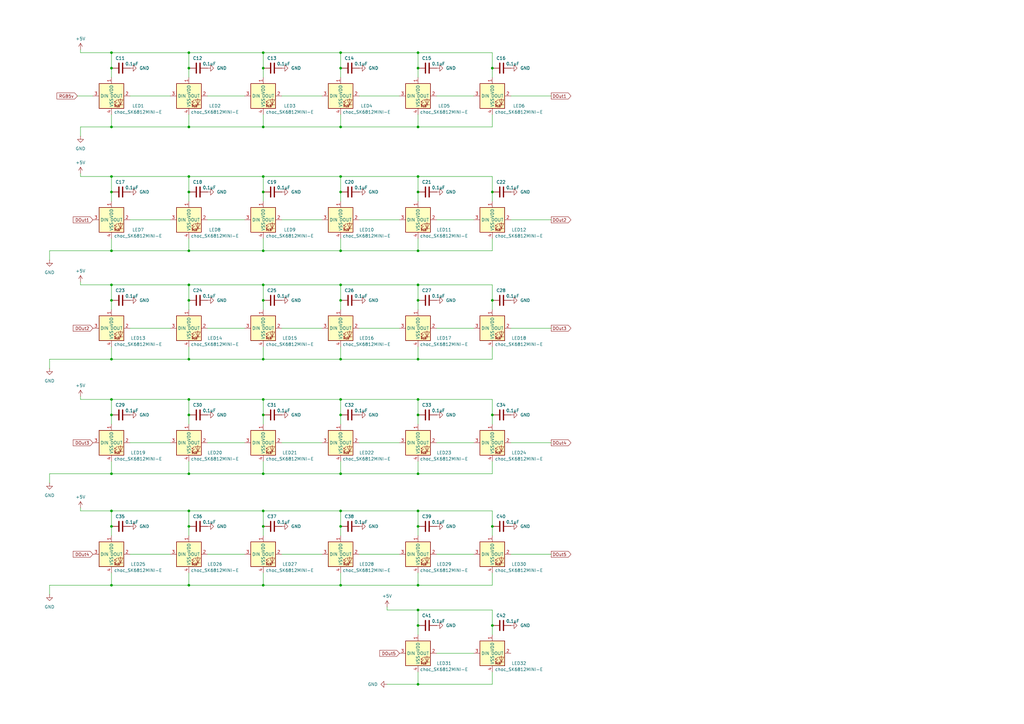
<source format=kicad_sch>
(kicad_sch (version 20231120) (generator "eeschema") (generator_version "8.0")
  (paper "A3")
  (lib_symbols
    (symbol "+5V_1" (power) (pin_names (offset 0))
      (property "Value" "+5V_1" (at 0 3.556 0))
      (symbol "+5V_1_0_1"
        (polyline (pts (xy -0.762 1.27) (xy 0 2.54)))
        (polyline (pts (xy 0 0) (xy 0 2.54)))
        (polyline (pts (xy 0 2.54) (xy 0.762 1.27)))
      )
      (symbol "+5V_1_1_1"
        (pin power_in line (at 0 0 90) (length 0) hide (name "+5V") (number "1"))
      )
    )
    (symbol "Device:C" (pin_numbers hide) (pin_names (offset 0.254))
      (property "Reference" "C" (at 0.635 2.54 0))
      (property "Value" "C" (at 0.635 -2.54 0))
      (symbol "C_0_1"
        (polyline (pts (xy -2.032 -0.762) (xy 2.032 -0.762)) (stroke (width 0.508)))
        (polyline (pts (xy -2.032 0.762) (xy 2.032 0.762)) (stroke (width 0.508)))
      )
      (symbol "C_1_1"
        (pin passive line (at 0 3.81 270) (length 2.794) (name "~") (number "1"))
        (pin passive line (at 0 -3.81 90) (length 2.794) (name "~") (number "2"))
      )
    )
    (symbol "PCM_marbastlib-choc:choc_SK6812MINI-E"
      (property "Reference" "LED" (at 2.54 6.35 0))
      (property "Value" "choc_SK6812MINI-E" (at 10.795 -6.35 0))
      (symbol "choc_SK6812MINI-E_0_0"
        (text "RGB" (at 2.286 -4.191 0) (effects (font (size 0.762 0.762))))
      )
      (symbol "choc_SK6812MINI-E_0_1"
        (rectangle (start -5.08 5.08) (end 5.08 -5.08) (stroke (width 0.254)) (fill (type background)))
        (polyline (pts (xy 1.27 -3.556) (xy 1.778 -3.556)))
        (polyline (pts (xy 1.27 -2.54) (xy 1.778 -2.54)))
        (polyline (pts (xy 4.699 -3.556) (xy 2.667 -3.556)))
        (polyline (pts (xy 2.286 -2.54) (xy 1.27 -3.556) (xy 1.27 -3.048)))
        (polyline (pts (xy 2.286 -1.524) (xy 1.27 -2.54) (xy 1.27 -2.032)))
        (polyline (pts (xy 3.683 -1.016) (xy 3.683 -3.556) (xy 3.683 -4.064)))
        (polyline (pts (xy 4.699 -1.524) (xy 2.667 -1.524) (xy 3.683 -3.556) (xy 4.699 -1.524)))
      )
      (symbol "choc_SK6812MINI-E_1_1"
        (pin power_in line (at 0 7.62 270) (length 2.54) (name "VDD") (number "1"))
        (pin output line (at 7.62 0 180) (length 2.54) (name "DOUT") (number "2"))
        (pin input line (at -7.62 0 0) (length 2.54) (name "DIN") (number "3"))
        (pin power_in line (at 0 -7.62 90) (length 2.54) (name "VSS") (number "4"))
      )
    )
    (symbol "power:GND" (power) (pin_numbers hide) (pin_names (offset 0) hide)
      (property "Value" "GND" (at 0 -3.81 0))
      (symbol "GND_0_1"
        (polyline (pts (xy 0 0) (xy 0 -1.27) (xy 1.27 -1.27) (xy 0 -2.54) (xy -1.27 -1.27) (xy 0 -1.27)))
      )
      (symbol "GND_1_1"
        (pin power_in line (at 0 0 270) (length 0) (name "~") (number "1"))
      )
    )
  )
  (junction (at 77.47 209.55))
  (junction (at 171.45 102.87))
  (junction (at 107.95 123.19))
  (junction (at 45.72 72.39))
  (junction (at 201.93 256.54))
  (junction (at 45.72 78.74))
  (junction (at 77.47 116.84))
  (junction (at 171.45 240.03))
  (junction (at 171.45 215.9))
  (junction (at 107.95 78.74))
  (junction (at 45.72 52.07))
  (junction (at 139.7 194.31))
  (junction (at 45.72 194.31))
  (junction (at 171.45 250.19))
  (junction (at 107.95 52.07))
  (junction (at 45.72 147.32))
  (junction (at 171.45 256.54))
  (junction (at 45.72 215.9))
  (junction (at 139.7 21.59))
  (junction (at 107.95 147.32))
  (junction (at 107.95 170.18))
  (junction (at 77.47 102.87))
  (junction (at 171.45 209.55))
  (junction (at 77.47 147.32))
  (junction (at 107.95 102.87))
  (junction (at 171.45 27.94))
  (junction (at 171.45 78.74))
  (junction (at 171.45 280.67))
  (junction (at 171.45 194.31))
  (junction (at 171.45 123.19))
  (junction (at 77.47 194.31))
  (junction (at 139.7 147.32))
  (junction (at 107.95 194.31))
  (junction (at 171.45 170.18))
  (junction (at 45.72 27.94))
  (junction (at 77.47 215.9))
  (junction (at 45.72 123.19))
  (junction (at 77.47 21.59))
  (junction (at 77.47 240.03))
  (junction (at 139.7 163.83))
  (junction (at 77.47 163.83))
  (junction (at 139.7 215.9))
  (junction (at 107.95 72.39))
  (junction (at 139.7 170.18))
  (junction (at 77.47 170.18))
  (junction (at 139.7 123.19))
  (junction (at 77.47 72.39))
  (junction (at 77.47 52.07))
  (junction (at 45.72 170.18))
  (junction (at 139.7 116.84))
  (junction (at 171.45 163.83))
  (junction (at 107.95 116.84))
  (junction (at 45.72 116.84))
  (junction (at 45.72 102.87))
  (junction (at 201.93 78.74))
  (junction (at 77.47 78.74))
  (junction (at 107.95 163.83))
  (junction (at 139.7 240.03))
  (junction (at 45.72 21.59))
  (junction (at 107.95 240.03))
  (junction (at 171.45 52.07))
  (junction (at 201.93 123.19))
  (junction (at 139.7 27.94))
  (junction (at 139.7 52.07))
  (junction (at 171.45 116.84))
  (junction (at 139.7 102.87))
  (junction (at 107.95 215.9))
  (junction (at 45.72 209.55))
  (junction (at 45.72 240.03))
  (junction (at 201.93 215.9))
  (junction (at 139.7 209.55))
  (junction (at 45.72 163.83))
  (junction (at 139.7 72.39))
  (junction (at 171.45 72.39))
  (junction (at 107.95 21.59))
  (junction (at 77.47 27.94))
  (junction (at 107.95 27.94))
  (junction (at 171.45 147.32))
  (junction (at 201.93 170.18))
  (junction (at 77.47 123.19))
  (junction (at 107.95 209.55))
  (junction (at 139.7 78.74))
  (junction (at 171.45 21.59))
  (junction (at 201.93 27.94))
  (wire (pts (xy 33.02 71.12) (xy 33.02 72.39)))
  (wire (pts (xy 45.72 21.59) (xy 77.47 21.59)))
  (wire (pts (xy 201.93 142.24) (xy 201.93 147.32)))
  (wire (pts (xy 45.72 52.07) (xy 33.02 52.07)))
  (wire (pts (xy 139.7 127) (xy 139.7 123.19)))
  (wire (pts (xy 107.95 21.59) (xy 139.7 21.59)))
  (wire (pts (xy 77.47 123.19) (xy 77.47 116.84)))
  (wire (pts (xy 171.45 147.32) (xy 139.7 147.32)))
  (wire (pts (xy 77.47 147.32) (xy 107.95 147.32)))
  (wire (pts (xy 171.45 97.79) (xy 171.45 102.87)))
  (wire (pts (xy 107.95 234.95) (xy 107.95 240.03)))
  (wire (pts (xy 201.93 123.19) (xy 201.93 116.84)))
  (wire (pts (xy 171.45 173.99) (xy 171.45 170.18)))
  (wire (pts (xy 139.7 209.55) (xy 171.45 209.55)))
  (wire (pts (xy 45.72 97.79) (xy 45.72 102.87)))
  (wire (pts (xy 107.95 27.94) (xy 107.95 21.59)))
  (wire (pts (xy 201.93 170.18) (xy 201.93 163.83)))
  (wire (pts (xy 20.32 240.03) (xy 45.72 240.03)))
  (wire (pts (xy 147.32 39.37) (xy 163.83 39.37)))
  (wire (pts (xy 139.7 240.03) (xy 107.95 240.03)))
  (wire (pts (xy 209.55 90.17) (xy 226.06 90.17)))
  (wire (pts (xy 77.47 21.59) (xy 107.95 21.59)))
  (wire (pts (xy 171.45 240.03) (xy 201.93 240.03)))
  (wire (pts (xy 158.75 248.92) (xy 158.75 250.19)))
  (wire (pts (xy 107.95 82.55) (xy 107.95 78.74)))
  (wire (pts (xy 107.95 31.75) (xy 107.95 27.94)))
  (wire (pts (xy 45.72 209.55) (xy 33.02 209.55)))
  (wire (pts (xy 20.32 102.87) (xy 20.32 106.68)))
  (wire (pts (xy 139.7 194.31) (xy 107.95 194.31)))
  (wire (pts (xy 33.02 208.28) (xy 33.02 209.55)))
  (wire (pts (xy 171.45 72.39) (xy 201.93 72.39)))
  (wire (pts (xy 139.7 234.95) (xy 139.7 240.03)))
  (wire (pts (xy 179.07 90.17) (xy 194.31 90.17)))
  (wire (pts (xy 139.7 27.94) (xy 139.7 21.59)))
  (wire (pts (xy 45.72 123.19) (xy 45.72 116.84)))
  (wire (pts (xy 20.32 194.31) (xy 20.32 198.12)))
  (wire (pts (xy 201.93 234.95) (xy 201.93 240.03)))
  (wire (pts (xy 53.34 134.62) (xy 69.85 134.62)))
  (wire (pts (xy 201.93 173.99) (xy 201.93 170.18)))
  (wire (pts (xy 171.45 46.99) (xy 171.45 52.07)))
  (wire (pts (xy 209.55 227.33) (xy 226.06 227.33)))
  (wire (pts (xy 77.47 194.31) (xy 45.72 194.31)))
  (wire (pts (xy 171.45 163.83) (xy 201.93 163.83)))
  (wire (pts (xy 171.45 116.84) (xy 201.93 116.84)))
  (wire (pts (xy 209.55 181.61) (xy 226.06 181.61)))
  (wire (pts (xy 139.7 52.07) (xy 107.95 52.07)))
  (wire (pts (xy 107.95 215.9) (xy 107.95 209.55)))
  (wire (pts (xy 107.95 127) (xy 107.95 123.19)))
  (wire (pts (xy 171.45 219.71) (xy 171.45 215.9)))
  (wire (pts (xy 115.57 39.37) (xy 132.08 39.37)))
  (wire (pts (xy 45.72 219.71) (xy 45.72 215.9)))
  (wire (pts (xy 45.72 189.23) (xy 45.72 194.31)))
  (wire (pts (xy 85.09 227.33) (xy 100.33 227.33)))
  (wire (pts (xy 139.7 173.99) (xy 139.7 170.18)))
  (wire (pts (xy 77.47 189.23) (xy 77.47 194.31)))
  (wire (pts (xy 139.7 123.19) (xy 139.7 116.84)))
  (wire (pts (xy 147.32 181.61) (xy 163.83 181.61)))
  (wire (pts (xy 77.47 116.84) (xy 107.95 116.84)))
  (wire (pts (xy 201.93 127) (xy 201.93 123.19)))
  (wire (pts (xy 139.7 82.55) (xy 139.7 78.74)))
  (wire (pts (xy 77.47 163.83) (xy 107.95 163.83)))
  (wire (pts (xy 171.45 194.31) (xy 201.93 194.31)))
  (wire (pts (xy 45.72 82.55) (xy 45.72 78.74)))
  (wire (pts (xy 171.45 215.9) (xy 171.45 209.55)))
  (wire (pts (xy 139.7 97.79) (xy 139.7 102.87)))
  (wire (pts (xy 171.45 27.94) (xy 171.45 21.59)))
  (wire (pts (xy 171.45 194.31) (xy 139.7 194.31)))
  (wire (pts (xy 77.47 97.79) (xy 77.47 102.87)))
  (wire (pts (xy 139.7 31.75) (xy 139.7 27.94)))
  (wire (pts (xy 77.47 82.55) (xy 77.47 78.74)))
  (wire (pts (xy 139.7 142.24) (xy 139.7 147.32)))
  (wire (pts (xy 33.02 52.07) (xy 33.02 55.88)))
  (wire (pts (xy 179.07 227.33) (xy 194.31 227.33)))
  (wire (pts (xy 107.95 170.18) (xy 107.95 163.83)))
  (wire (pts (xy 77.47 142.24) (xy 77.47 147.32)))
  (wire (pts (xy 171.45 250.19) (xy 158.75 250.19)))
  (wire (pts (xy 171.45 31.75) (xy 171.45 27.94)))
  (wire (pts (xy 201.93 27.94) (xy 201.93 21.59)))
  (wire (pts (xy 201.93 189.23) (xy 201.93 194.31)))
  (wire (pts (xy 45.72 215.9) (xy 45.72 209.55)))
  (wire (pts (xy 20.32 147.32) (xy 45.72 147.32)))
  (wire (pts (xy 209.55 134.62) (xy 226.06 134.62)))
  (wire (pts (xy 45.72 127) (xy 45.72 123.19)))
  (wire (pts (xy 33.02 162.56) (xy 33.02 163.83)))
  (wire (pts (xy 77.47 78.74) (xy 77.47 72.39)))
  (wire (pts (xy 45.72 21.59) (xy 33.02 21.59)))
  (wire (pts (xy 171.45 280.67) (xy 201.93 280.67)))
  (wire (pts (xy 77.47 147.32) (xy 45.72 147.32)))
  (wire (pts (xy 45.72 234.95) (xy 45.72 240.03)))
  (wire (pts (xy 139.7 219.71) (xy 139.7 215.9)))
  (wire (pts (xy 77.47 219.71) (xy 77.47 215.9)))
  (wire (pts (xy 147.32 227.33) (xy 163.83 227.33)))
  (wire (pts (xy 139.7 170.18) (xy 139.7 163.83)))
  (wire (pts (xy 107.95 123.19) (xy 107.95 116.84)))
  (wire (pts (xy 179.07 134.62) (xy 194.31 134.62)))
  (wire (pts (xy 171.45 78.74) (xy 171.45 72.39)))
  (wire (pts (xy 139.7 163.83) (xy 171.45 163.83)))
  (wire (pts (xy 85.09 181.61) (xy 100.33 181.61)))
  (wire (pts (xy 20.32 194.31) (xy 45.72 194.31)))
  (wire (pts (xy 171.45 123.19) (xy 171.45 116.84)))
  (wire (pts (xy 115.57 90.17) (xy 132.08 90.17)))
  (wire (pts (xy 171.45 102.87) (xy 139.7 102.87)))
  (wire (pts (xy 139.7 102.87) (xy 107.95 102.87)))
  (wire (pts (xy 85.09 90.17) (xy 100.33 90.17)))
  (wire (pts (xy 107.95 189.23) (xy 107.95 194.31)))
  (wire (pts (xy 20.32 240.03) (xy 20.32 243.84)))
  (wire (pts (xy 45.72 163.83) (xy 77.47 163.83)))
  (wire (pts (xy 171.45 52.07) (xy 201.93 52.07)))
  (wire (pts (xy 171.45 250.19) (xy 201.93 250.19)))
  (wire (pts (xy 107.95 97.79) (xy 107.95 102.87)))
  (wire (pts (xy 115.57 134.62) (xy 132.08 134.62)))
  (wire (pts (xy 45.72 116.84) (xy 33.02 116.84)))
  (wire (pts (xy 139.7 78.74) (xy 139.7 72.39)))
  (wire (pts (xy 201.93 260.35) (xy 201.93 256.54)))
  (wire (pts (xy 85.09 134.62) (xy 100.33 134.62)))
  (wire (pts (xy 45.72 72.39) (xy 33.02 72.39)))
  (wire (pts (xy 45.72 46.99) (xy 45.72 52.07)))
  (wire (pts (xy 45.72 116.84) (xy 77.47 116.84)))
  (wire (pts (xy 115.57 181.61) (xy 132.08 181.61)))
  (wire (pts (xy 77.47 46.99) (xy 77.47 52.07)))
  (wire (pts (xy 107.95 72.39) (xy 139.7 72.39)))
  (wire (pts (xy 77.47 173.99) (xy 77.47 170.18)))
  (wire (pts (xy 53.34 181.61) (xy 69.85 181.61)))
  (wire (pts (xy 209.55 39.37) (xy 226.06 39.37)))
  (wire (pts (xy 77.47 234.95) (xy 77.47 240.03)))
  (wire (pts (xy 107.95 209.55) (xy 139.7 209.55)))
  (wire (pts (xy 171.45 147.32) (xy 201.93 147.32)))
  (wire (pts (xy 45.72 209.55) (xy 77.47 209.55)))
  (wire (pts (xy 115.57 227.33) (xy 132.08 227.33)))
  (wire (pts (xy 107.95 163.83) (xy 139.7 163.83)))
  (wire (pts (xy 77.47 209.55) (xy 107.95 209.55)))
  (wire (pts (xy 107.95 173.99) (xy 107.95 170.18)))
  (wire (pts (xy 171.45 127) (xy 171.45 123.19)))
  (wire (pts (xy 77.47 31.75) (xy 77.47 27.94)))
  (wire (pts (xy 147.32 134.62) (xy 163.83 134.62)))
  (wire (pts (xy 45.72 31.75) (xy 45.72 27.94)))
  (wire (pts (xy 171.45 260.35) (xy 171.45 256.54)))
  (wire (pts (xy 45.72 170.18) (xy 45.72 163.83)))
  (wire (pts (xy 179.07 39.37) (xy 194.31 39.37)))
  (wire (pts (xy 77.47 240.03) (xy 107.95 240.03)))
  (wire (pts (xy 45.72 173.99) (xy 45.72 170.18)))
  (wire (pts (xy 201.93 256.54) (xy 201.93 250.19)))
  (wire (pts (xy 77.47 194.31) (xy 107.95 194.31)))
  (wire (pts (xy 139.7 21.59) (xy 171.45 21.59)))
  (wire (pts (xy 53.34 90.17) (xy 69.85 90.17)))
  (wire (pts (xy 171.45 102.87) (xy 201.93 102.87)))
  (wire (pts (xy 171.45 170.18) (xy 171.45 163.83)))
  (wire (pts (xy 107.95 116.84) (xy 139.7 116.84)))
  (wire (pts (xy 171.45 240.03) (xy 139.7 240.03)))
  (wire (pts (xy 77.47 27.94) (xy 77.47 21.59)))
  (wire (pts (xy 107.95 142.24) (xy 107.95 147.32)))
  (wire (pts (xy 33.02 20.32) (xy 33.02 21.59)))
  (wire (pts (xy 139.7 116.84) (xy 171.45 116.84)))
  (wire (pts (xy 171.45 142.24) (xy 171.45 147.32)))
  (wire (pts (xy 45.72 142.24) (xy 45.72 147.32)))
  (wire (pts (xy 201.93 31.75) (xy 201.93 27.94)))
  (wire (pts (xy 77.47 72.39) (xy 107.95 72.39)))
  (wire (pts (xy 201.93 46.99) (xy 201.93 52.07)))
  (wire (pts (xy 147.32 90.17) (xy 163.83 90.17)))
  (wire (pts (xy 171.45 189.23) (xy 171.45 194.31)))
  (wire (pts (xy 53.34 227.33) (xy 69.85 227.33)))
  (wire (pts (xy 171.45 275.59) (xy 171.45 280.67)))
  (wire (pts (xy 77.47 240.03) (xy 45.72 240.03)))
  (wire (pts (xy 107.95 219.71) (xy 107.95 215.9)))
  (wire (pts (xy 179.07 181.61) (xy 194.31 181.61)))
  (wire (pts (xy 77.47 52.07) (xy 45.72 52.07)))
  (wire (pts (xy 45.72 27.94) (xy 45.72 21.59)))
  (wire (pts (xy 201.93 82.55) (xy 201.93 78.74)))
  (wire (pts (xy 139.7 46.99) (xy 139.7 52.07)))
  (wire (pts (xy 33.02 115.57) (xy 33.02 116.84)))
  (wire (pts (xy 77.47 170.18) (xy 77.47 163.83)))
  (wire (pts (xy 77.47 127) (xy 77.47 123.19)))
  (wire (pts (xy 107.95 78.74) (xy 107.95 72.39)))
  (wire (pts (xy 171.45 52.07) (xy 139.7 52.07)))
  (wire (pts (xy 201.93 219.71) (xy 201.93 215.9)))
  (wire (pts (xy 77.47 102.87) (xy 45.72 102.87)))
  (wire (pts (xy 53.34 39.37) (xy 69.85 39.37)))
  (wire (pts (xy 20.32 147.32) (xy 20.32 151.13)))
  (wire (pts (xy 171.45 256.54) (xy 171.45 250.19)))
  (wire (pts (xy 45.72 78.74) (xy 45.72 72.39)))
  (wire (pts (xy 171.45 280.67) (xy 158.75 280.67)))
  (wire (pts (xy 139.7 147.32) (xy 107.95 147.32)))
  (wire (pts (xy 139.7 215.9) (xy 139.7 209.55)))
  (wire (pts (xy 201.93 78.74) (xy 201.93 72.39)))
  (wire (pts (xy 171.45 209.55) (xy 201.93 209.55)))
  (wire (pts (xy 77.47 215.9) (xy 77.47 209.55)))
  (wire (pts (xy 85.09 39.37) (xy 100.33 39.37)))
  (wire (pts (xy 139.7 72.39) (xy 171.45 72.39)))
  (wire (pts (xy 45.72 163.83) (xy 33.02 163.83)))
  (wire (pts (xy 201.93 275.59) (xy 201.93 280.67)))
  (wire (pts (xy 77.47 102.87) (xy 107.95 102.87)))
  (wire (pts (xy 20.32 102.87) (xy 45.72 102.87)))
  (wire (pts (xy 77.47 52.07) (xy 107.95 52.07)))
  (wire (pts (xy 45.72 72.39) (xy 77.47 72.39)))
  (wire (pts (xy 171.45 21.59) (xy 201.93 21.59)))
  (wire (pts (xy 201.93 97.79) (xy 201.93 102.87)))
  (wire (pts (xy 201.93 215.9) (xy 201.93 209.55)))
  (wire (pts (xy 31.75 39.37) (xy 38.1 39.37)))
  (wire (pts (xy 171.45 82.55) (xy 171.45 78.74)))
  (wire (pts (xy 179.07 267.97) (xy 194.31 267.97)))
  (wire (pts (xy 171.45 234.95) (xy 171.45 240.03)))
  (wire (pts (xy 139.7 189.23) (xy 139.7 194.31)))
  (wire (pts (xy 107.95 46.99) (xy 107.95 52.07)))
  (global_label "DOut2" (shape output) (at 226.06 90.17 0) (property "Intersheetrefs" "${INTERSHEET_REFS}" (effects (hide yes))))
  (global_label "DOut2" (shape input) (at 38.1 134.62 180) (property "Intersheetrefs" "${INTERSHEET_REFS}" (effects (hide yes))))
  (global_label "DOut4" (shape input) (at 38.1 227.33 180) (property "Intersheetrefs" "${INTERSHEET_REFS}" (effects (hide yes))))
  (global_label "DOut1" (shape input) (at 38.1 90.17 180) (property "Intersheetrefs" "${INTERSHEET_REFS}" (effects (hide yes))))
  (global_label "DOut1" (shape output) (at 226.06 39.37 0) (property "Intersheetrefs" "${INTERSHEET_REFS}" (effects (hide yes))))
  (global_label "DOut5" (shape input) (at 163.83 267.97 180) (property "Intersheetrefs" "${INTERSHEET_REFS}" (effects (hide yes))))
  (global_label "DOut3" (shape output) (at 226.06 134.62 0) (property "Intersheetrefs" "${INTERSHEET_REFS}" (effects (hide yes))))
  (global_label "DOut4" (shape output) (at 226.06 181.61 0) (property "Intersheetrefs" "${INTERSHEET_REFS}" (effects (hide yes))))
  (global_label "DOut5" (shape output) (at 226.06 227.33 0) (property "Intersheetrefs" "${INTERSHEET_REFS}" (effects (hide yes))))
  (global_label "DOut3" (shape input) (at 38.1 181.61 180) (property "Intersheetrefs" "${INTERSHEET_REFS}" (effects (hide yes))))
  (global_label "RGB5v" (shape input) (at 31.75 39.37 180) (property "Intersheetrefs" "${INTERSHEET_REFS}" (effects (hide yes))))
  (symbol (lib_id "Device:C") (at 111.76 78.74 90) (unit 1)
    (property "Reference" "C19" (at 111.506 74.676 90))
    (property "Value" "0.1uF" (at 116.332 76.962 90))
    (property "Footprint" "Capacitor_SMD:C_0402_1005Metric" (effects (hide yes)))
    (property "Description" "Unpolarized capacitor" (effects (hide yes)))
  )
  (symbol (lib_id "Device:C") (at 111.76 170.18 90) (unit 1)
    (property "Reference" "C31" (at 111.506 166.116 90))
    (property "Value" "0.1uF" (at 116.332 168.402 90))
    (property "Footprint" "Capacitor_SMD:C_0402_1005Metric" (effects (hide yes)))
    (property "Description" "Unpolarized capacitor" (effects (hide yes)))
  )
  (symbol (lib_id "PCM_marbastlib-choc:choc_SK6812MINI-E") (at 107.95 90.17 0) (unit 1)
    (property "Reference" "LED9" (at 118.872 94.234 0))
    (property "Value" "choc_SK6812MINI-E" (at 118.872 96.774 0))
    (property "Footprint" "PCM_marbastlib-choc:LED_choc_6028R" (effects (hide yes)))
    (property "Description" "Reverse mount adressable LED (WS2812 protocol)" (effects (hide yes)))
  )
  (symbol (lib_id "PCM_marbastlib-choc:choc_SK6812MINI-E") (at 201.93 227.33 0) (unit 1)
    (property "Reference" "LED30" (at 212.852 231.394 0))
    (property "Value" "choc_SK6812MINI-E" (at 212.852 233.934 0))
    (property "Footprint" "PCM_marbastlib-choc:LED_choc_6028R" (effects (hide yes)))
    (property "Description" "Reverse mount adressable LED (WS2812 protocol)" (effects (hide yes)))
  )
  (symbol (lib_id "power:GND") (at 179.07 215.9 90) (unit 1)
    (property "Reference" "#PWR053" (effects (hide yes)))
    (property "Value" "GND" (at 182.88 215.8999 90) (effects (justify right)))
    (property "Description" "Power symbol creates a global label with name \"GND\" , ground" (effects (hide yes)))
  )
  (symbol (lib_id "Device:C") (at 81.28 123.19 90) (unit 1)
    (property "Reference" "C24" (at 81.026 119.126 90))
    (property "Value" "0.1uF" (at 85.852 121.412 90))
    (property "Footprint" "Capacitor_SMD:C_0402_1005Metric" (effects (hide yes)))
    (property "Description" "Unpolarized capacitor" (effects (hide yes)))
  )
  (symbol (lib_id "PCM_marbastlib-choc:choc_SK6812MINI-E") (at 45.72 227.33 0) (unit 1)
    (property "Reference" "LED25" (at 56.642 231.394 0))
    (property "Value" "choc_SK6812MINI-E" (at 56.642 233.934 0))
    (property "Footprint" "PCM_marbastlib-choc:LED_choc_6028R" (effects (hide yes)))
    (property "Description" "Reverse mount adressable LED (WS2812 protocol)" (effects (hide yes)))
  )
  (symbol (lib_id "Device:C") (at 205.74 215.9 90) (unit 1)
    (property "Reference" "C40" (at 205.486 211.836 90))
    (property "Value" "0.1uF" (at 210.312 214.122 90))
    (property "Footprint" "Capacitor_SMD:C_0402_1005Metric" (effects (hide yes)))
    (property "Description" "Unpolarized capacitor" (effects (hide yes)))
  )
  (symbol (lib_id "Device:C") (at 205.74 27.94 90) (unit 1)
    (property "Reference" "C16" (at 205.486 23.876 90))
    (property "Value" "0.1uF" (at 210.312 26.162 90))
    (property "Footprint" "Capacitor_SMD:C_0402_1005Metric" (effects (hide yes)))
    (property "Description" "Unpolarized capacitor" (effects (hide yes)))
  )
  (symbol (lib_id "power:GND") (at 209.55 256.54 90) (unit 1)
    (property "Reference" "#PWR058" (effects (hide yes)))
    (property "Value" "GND" (at 213.36 256.5399 90) (effects (justify right)))
    (property "Description" "Power symbol creates a global label with name \"GND\" , ground" (effects (hide yes)))
  )
  (symbol (lib_id "PCM_marbastlib-choc:choc_SK6812MINI-E") (at 77.47 181.61 0) (unit 1)
    (property "Reference" "LED20" (at 88.138 185.674 0))
    (property "Value" "choc_SK6812MINI-E" (at 88.138 188.214 0))
    (property "Footprint" "PCM_marbastlib-choc:LED_choc_6028R" (effects (hide yes)))
    (property "Description" "Reverse mount adressable LED (WS2812 protocol)" (effects (hide yes)))
  )
  (symbol (lib_id "PCM_marbastlib-choc:choc_SK6812MINI-E") (at 171.45 181.61 0) (unit 1)
    (property "Reference" "LED23" (at 182.118 185.674 0))
    (property "Value" "choc_SK6812MINI-E" (at 182.118 188.214 0))
    (property "Footprint" "PCM_marbastlib-choc:LED_choc_6028R" (effects (hide yes)))
    (property "Description" "Reverse mount adressable LED (WS2812 protocol)" (effects (hide yes)))
  )
  (symbol (lib_id "power:GND") (at 115.57 215.9 90) (unit 1)
    (property "Reference" "#PWR051" (effects (hide yes)))
    (property "Value" "GND" (at 119.38 215.8999 90) (effects (justify right)))
    (property "Description" "Power symbol creates a global label with name \"GND\" , ground" (effects (hide yes)))
  )
  (symbol (lib_id "Device:C") (at 143.51 215.9 90) (unit 1)
    (property "Reference" "C38" (at 143.256 211.836 90))
    (property "Value" "0.1uF" (at 148.082 214.122 90))
    (property "Footprint" "Capacitor_SMD:C_0402_1005Metric" (effects (hide yes)))
    (property "Description" "Unpolarized capacitor" (effects (hide yes)))
  )
  (symbol (lib_id "PCM_marbastlib-choc:choc_SK6812MINI-E") (at 77.47 39.37 0) (unit 1)
    (property "Reference" "LED2" (at 88.138 43.434 0))
    (property "Value" "choc_SK6812MINI-E" (at 88.138 45.974 0))
    (property "Footprint" "PCM_marbastlib-choc:LED_choc_6028R" (effects (hide yes)))
    (property "Description" "Reverse mount adressable LED (WS2812 protocol)" (effects (hide yes)))
  )
  (symbol (lib_id "Device:C") (at 175.26 256.54 90) (unit 1)
    (property "Reference" "C41" (at 175.006 252.476 90))
    (property "Value" "0.1uF" (at 179.832 254.762 90))
    (property "Footprint" "Capacitor_SMD:C_0402_1005Metric" (effects (hide yes)))
    (property "Description" "Unpolarized capacitor" (effects (hide yes)))
  )
  (symbol (lib_id "Device:C") (at 205.74 256.54 90) (unit 1)
    (property "Reference" "C42" (at 205.486 252.476 90))
    (property "Value" "0.1uF" (at 210.312 254.762 90))
    (property "Footprint" "Capacitor_SMD:C_0402_1005Metric" (effects (hide yes)))
    (property "Description" "Unpolarized capacitor" (effects (hide yes)))
  )
  (symbol (lib_id "Device:C") (at 143.51 27.94 90) (unit 1)
    (property "Reference" "C14" (at 143.256 23.876 90))
    (property "Value" "0.1uF" (at 148.082 26.162 90))
    (property "Footprint" "Capacitor_SMD:C_0402_1005Metric" (effects (hide yes)))
    (property "Description" "Unpolarized capacitor" (effects (hide yes)))
  )
  (symbol (lib_id "Device:C") (at 49.53 170.18 90) (unit 1)
    (property "Reference" "C29" (at 49.276 166.116 90))
    (property "Value" "0.1uF" (at 54.102 168.402 90))
    (property "Footprint" "Capacitor_SMD:C_0402_1005Metric" (effects (hide yes)))
    (property "Description" "Unpolarized capacitor" (effects (hide yes)))
  )
  (symbol (lib_id "power:GND") (at 147.32 123.19 90) (unit 1)
    (property "Reference" "#PWR036" (effects (hide yes)))
    (property "Value" "GND" (at 151.13 123.1899 90) (effects (justify right)))
    (property "Description" "Power symbol creates a global label with name \"GND\" , ground" (effects (hide yes)))
  )
  (symbol (lib_id "power:GND") (at 179.07 256.54 90) (unit 1)
    (property "Reference" "#PWR057" (effects (hide yes)))
    (property "Value" "GND" (at 182.88 256.5399 90) (effects (justify right)))
    (property "Description" "Power symbol creates a global label with name \"GND\" , ground" (effects (hide yes)))
  )
  (symbol (lib_id "power:GND") (at 53.34 27.94 90) (unit 1)
    (property "Reference" "#PWR017" (effects (hide yes)))
    (property "Value" "GND" (at 57.15 27.9399 90) (effects (justify right)))
    (property "Description" "Power symbol creates a global label with name \"GND\" , ground" (effects (hide yes)))
  )
  (symbol (lib_id "power:GND") (at 179.07 78.74 90) (unit 1)
    (property "Reference" "#PWR029" (effects (hide yes)))
    (property "Value" "GND" (at 182.88 78.7399 90) (effects (justify right)))
    (property "Description" "Power symbol creates a global label with name \"GND\" , ground" (effects (hide yes)))
  )
  (symbol (lib_id "power:GND") (at 20.32 198.12 0) (unit 1)
    (property "Reference" "#PWR047" (effects (hide yes)))
    (property "Value" "GND" (at 20.32 203.2 0))
    (property "Description" "Power symbol creates a global label with name \"GND\" , ground" (effects (hide yes)))
  )
  (symbol (lib_id "power:GND") (at 147.32 215.9 90) (unit 1)
    (property "Reference" "#PWR052" (effects (hide yes)))
    (property "Value" "GND" (at 151.13 215.8999 90) (effects (justify right)))
    (property "Description" "Power symbol creates a global label with name \"GND\" , ground" (effects (hide yes)))
  )
  (symbol (lib_id "power:GND") (at 85.09 27.94 90) (unit 1)
    (property "Reference" "#PWR018" (effects (hide yes)))
    (property "Value" "GND" (at 88.9 27.9399 90) (effects (justify right)))
    (property "Description" "Power symbol creates a global label with name \"GND\" , ground" (effects (hide yes)))
  )
  (symbol (lib_id "power:GND") (at 53.34 170.18 90) (unit 1)
    (property "Reference" "#PWR041" (effects (hide yes)))
    (property "Value" "GND" (at 57.15 170.1799 90) (effects (justify right)))
    (property "Description" "Power symbol creates a global label with name \"GND\" , ground" (effects (hide yes)))
  )
  (symbol (lib_id "PCM_marbastlib-choc:choc_SK6812MINI-E") (at 201.93 267.97 0) (unit 1)
    (property "Reference" "LED32" (at 212.852 272.034 0))
    (property "Value" "choc_SK6812MINI-E" (at 212.852 274.574 0))
    (property "Footprint" "PCM_marbastlib-choc:LED_choc_6028R" (effects (hide yes)))
    (property "Description" "Reverse mount adressable LED (WS2812 protocol)" (effects (hide yes)))
  )
  (symbol (lib_id "PCM_marbastlib-choc:choc_SK6812MINI-E") (at 139.7 39.37 0) (unit 1)
    (property "Reference" "LED4" (at 150.368 43.434 0))
    (property "Value" "choc_SK6812MINI-E" (at 150.368 45.974 0))
    (property "Footprint" "PCM_marbastlib-choc:LED_choc_6028R" (effects (hide yes)))
    (property "Description" "Reverse mount adressable LED (WS2812 protocol)" (effects (hide yes)))
  )
  (symbol (lib_id "Device:C") (at 175.26 170.18 90) (unit 1)
    (property "Reference" "C33" (at 175.006 166.116 90))
    (property "Value" "0.1uF" (at 179.832 168.402 90))
    (property "Footprint" "Capacitor_SMD:C_0402_1005Metric" (effects (hide yes)))
    (property "Description" "Unpolarized capacitor" (effects (hide yes)))
  )
  (symbol (lib_id "PCM_marbastlib-choc:choc_SK6812MINI-E") (at 139.7 181.61 0) (unit 1)
    (property "Reference" "LED22" (at 150.368 185.674 0))
    (property "Value" "choc_SK6812MINI-E" (at 150.368 188.214 0))
    (property "Footprint" "PCM_marbastlib-choc:LED_choc_6028R" (effects (hide yes)))
    (property "Description" "Reverse mount adressable LED (WS2812 protocol)" (effects (hide yes)))
  )
  (symbol (lib_id "PCM_marbastlib-choc:choc_SK6812MINI-E") (at 45.72 134.62 0) (unit 1)
    (property "Reference" "LED13" (at 56.642 138.684 0))
    (property "Value" "choc_SK6812MINI-E" (at 56.642 141.224 0))
    (property "Footprint" "PCM_marbastlib-choc:LED_choc_6028R" (effects (hide yes)))
    (property "Description" "Reverse mount adressable LED (WS2812 protocol)" (effects (hide yes)))
  )
  (symbol (lib_id "PCM_marbastlib-choc:choc_SK6812MINI-E") (at 45.72 90.17 0) (unit 1)
    (property "Reference" "LED7" (at 56.642 94.234 0))
    (property "Value" "choc_SK6812MINI-E" (at 56.642 96.774 0))
    (property "Footprint" "PCM_marbastlib-choc:LED_choc_6028R" (effects (hide yes)))
    (property "Description" "Reverse mount adressable LED (WS2812 protocol)" (effects (hide yes)))
  )
  (symbol (lib_id "Device:C") (at 143.51 78.74 90) (unit 1)
    (property "Reference" "C20" (at 143.256 74.676 90))
    (property "Value" "0.1uF" (at 148.082 76.962 90))
    (property "Footprint" "Capacitor_SMD:C_0402_1005Metric" (effects (hide yes)))
    (property "Description" "Unpolarized capacitor" (effects (hide yes)))
  )
  (symbol (lib_id "power:GND") (at 158.75 280.67 270) (unit 1)
    (property "Reference" "#PWR059" (effects (hide yes)))
    (property "Value" "GND" (at 154.94 280.6699 90) (effects (justify right)))
    (property "Description" "Power symbol creates a global label with name \"GND\" , ground" (effects (hide yes)))
  )
  (symbol (lib_id "Device:C") (at 111.76 123.19 90) (unit 1)
    (property "Reference" "C25" (at 111.506 119.126 90))
    (property "Value" "0.1uF" (at 116.332 121.412 90))
    (property "Footprint" "Capacitor_SMD:C_0402_1005Metric" (effects (hide yes)))
    (property "Description" "Unpolarized capacitor" (effects (hide yes)))
  )
  (symbol (lib_id "PCM_marbastlib-choc:choc_SK6812MINI-E") (at 171.45 227.33 0) (unit 1)
    (property "Reference" "LED29" (at 182.118 231.394 0))
    (property "Value" "choc_SK6812MINI-E" (at 182.118 233.934 0))
    (property "Footprint" "PCM_marbastlib-choc:LED_choc_6028R" (effects (hide yes)))
    (property "Description" "Reverse mount adressable LED (WS2812 protocol)" (effects (hide yes)))
  )
  (symbol (lib_id "power:GND") (at 115.57 170.18 90) (unit 1)
    (property "Reference" "#PWR043" (effects (hide yes)))
    (property "Value" "GND" (at 119.38 170.1799 90) (effects (justify right)))
    (property "Description" "Power symbol creates a global label with name \"GND\" , ground" (effects (hide yes)))
  )
  (symbol (lib_id "power:GND") (at 20.32 243.84 0) (unit 1)
    (property "Reference" "#PWR055" (effects (hide yes)))
    (property "Value" "GND" (at 20.32 248.92 0))
    (property "Description" "Power symbol creates a global label with name \"GND\" , ground" (effects (hide yes)))
  )
  (symbol (lib_id "Device:C") (at 143.51 170.18 90) (unit 1)
    (property "Reference" "C32" (at 143.256 166.116 90))
    (property "Value" "0.1uF" (at 148.082 168.402 90))
    (property "Footprint" "Capacitor_SMD:C_0402_1005Metric" (effects (hide yes)))
    (property "Description" "Unpolarized capacitor" (effects (hide yes)))
  )
  (symbol (lib_id "Device:C") (at 49.53 27.94 90) (unit 1)
    (property "Reference" "C11" (at 49.276 23.876 90))
    (property "Value" "0.1uF" (at 54.102 26.162 90))
    (property "Footprint" "Capacitor_SMD:C_0402_1005Metric" (effects (hide yes)))
    (property "Description" "Unpolarized capacitor" (effects (hide yes)))
  )
  (symbol (lib_id "Device:C") (at 111.76 215.9 90) (unit 1)
    (property "Reference" "C37" (at 111.506 211.836 90))
    (property "Value" "0.1uF" (at 116.332 214.122 90))
    (property "Footprint" "Capacitor_SMD:C_0402_1005Metric" (effects (hide yes)))
    (property "Description" "Unpolarized capacitor" (effects (hide yes)))
  )
  (symbol (lib_id "power:GND") (at 33.02 55.88 0) (unit 1)
    (property "Reference" "#PWR023" (effects (hide yes)))
    (property "Value" "GND" (at 33.02 60.96 0))
    (property "Description" "Power symbol creates a global label with name \"GND\" , ground" (effects (hide yes)))
  )
  (symbol (lib_id "Device:C") (at 111.76 27.94 90) (unit 1)
    (property "Reference" "C13" (at 111.506 23.876 90))
    (property "Value" "0.1uF" (at 116.332 26.162 90))
    (property "Footprint" "Capacitor_SMD:C_0402_1005Metric" (effects (hide yes)))
    (property "Description" "Unpolarized capacitor" (effects (hide yes)))
  )
  (symbol (lib_id "Device:C") (at 143.51 123.19 90) (unit 1)
    (property "Reference" "C26" (at 143.256 119.126 90))
    (property "Value" "0.1uF" (at 148.082 121.412 90))
    (property "Footprint" "Capacitor_SMD:C_0402_1005Metric" (effects (hide yes)))
    (property "Description" "Unpolarized capacitor" (effects (hide yes)))
  )
  (symbol (lib_id "power:GND") (at 209.55 27.94 90) (unit 1)
    (property "Reference" "#PWR022" (effects (hide yes)))
    (property "Value" "GND" (at 213.36 27.9399 90) (effects (justify right)))
    (property "Description" "Power symbol creates a global label with name \"GND\" , ground" (effects (hide yes)))
  )
  (symbol (lib_id "PCM_marbastlib-choc:choc_SK6812MINI-E") (at 139.7 90.17 0) (unit 1)
    (property "Reference" "LED10" (at 150.368 94.234 0))
    (property "Value" "choc_SK6812MINI-E" (at 150.368 96.774 0))
    (property "Footprint" "PCM_marbastlib-choc:LED_choc_6028R" (effects (hide yes)))
    (property "Description" "Reverse mount adressable LED (WS2812 protocol)" (effects (hide yes)))
  )
  (symbol (lib_id "PCM_marbastlib-choc:choc_SK6812MINI-E") (at 171.45 134.62 0) (unit 1)
    (property "Reference" "LED17" (at 182.118 138.684 0))
    (property "Value" "choc_SK6812MINI-E" (at 182.118 141.224 0))
    (property "Footprint" "PCM_marbastlib-choc:LED_choc_6028R" (effects (hide yes)))
    (property "Description" "Reverse mount adressable LED (WS2812 protocol)" (effects (hide yes)))
  )
  (symbol (lib_id "Device:C") (at 175.26 215.9 90) (unit 1)
    (property "Reference" "C39" (at 175.006 211.836 90))
    (property "Value" "0.1uF" (at 179.832 214.122 90))
    (property "Footprint" "Capacitor_SMD:C_0402_1005Metric" (effects (hide yes)))
    (property "Description" "Unpolarized capacitor" (effects (hide yes)))
  )
  (symbol (lib_id "power:GND") (at 209.55 215.9 90) (unit 1)
    (property "Reference" "#PWR054" (effects (hide yes)))
    (property "Value" "GND" (at 213.36 215.8999 90) (effects (justify right)))
    (property "Description" "Power symbol creates a global label with name \"GND\" , ground" (effects (hide yes)))
  )
  (symbol (lib_id "power:GND") (at 20.32 106.68 0) (unit 1)
    (property "Reference" "#PWR031" (effects (hide yes)))
    (property "Value" "GND" (at 20.32 111.76 0))
    (property "Description" "Power symbol creates a global label with name \"GND\" , ground" (effects (hide yes)))
  )
  (symbol (lib_id "power:GND") (at 209.55 78.74 90) (unit 1)
    (property "Reference" "#PWR030" (effects (hide yes)))
    (property "Value" "GND" (at 213.36 78.7399 90) (effects (justify right)))
    (property "Description" "Power symbol creates a global label with name \"GND\" , ground" (effects (hide yes)))
  )
  (symbol (lib_id "power:GND") (at 85.09 78.74 90) (unit 1)
    (property "Reference" "#PWR026" (effects (hide yes)))
    (property "Value" "GND" (at 88.9 78.7399 90) (effects (justify right)))
    (property "Description" "Power symbol creates a global label with name \"GND\" , ground" (effects (hide yes)))
  )
  (symbol (lib_id "PCM_marbastlib-choc:choc_SK6812MINI-E") (at 201.93 181.61 0) (unit 1)
    (property "Reference" "LED24" (at 212.852 185.674 0))
    (property "Value" "choc_SK6812MINI-E" (at 212.852 188.214 0))
    (property "Footprint" "PCM_marbastlib-choc:LED_choc_6028R" (effects (hide yes)))
    (property "Description" "Reverse mount adressable LED (WS2812 protocol)" (effects (hide yes)))
  )
  (symbol (lib_id "power:GND") (at 179.07 27.94 90) (unit 1)
    (property "Reference" "#PWR021" (effects (hide yes)))
    (property "Value" "GND" (at 182.88 27.9399 90) (effects (justify right)))
    (property "Description" "Power symbol creates a global label with name \"GND\" , ground" (effects (hide yes)))
  )
  (symbol (lib_id "PCM_marbastlib-choc:choc_SK6812MINI-E") (at 107.95 134.62 0) (unit 1)
    (property "Reference" "LED15" (at 118.872 138.684 0))
    (property "Value" "choc_SK6812MINI-E" (at 118.872 141.224 0))
    (property "Footprint" "PCM_marbastlib-choc:LED_choc_6028R" (effects (hide yes)))
    (property "Description" "Reverse mount adressable LED (WS2812 protocol)" (effects (hide yes)))
  )
  (symbol (lib_name "+5V_1") (lib_id "power:+5V") (at 33.02 208.28 0) (unit 1)
    (property "Reference" "#PWR048" (effects (hide yes)))
    (property "Value" "+5V" (at 33.02 203.835 0))
  )
  (symbol (lib_id "PCM_marbastlib-choc:choc_SK6812MINI-E") (at 139.7 227.33 0) (unit 1)
    (property "Reference" "LED28" (at 150.368 231.394 0))
    (property "Value" "choc_SK6812MINI-E" (at 150.368 233.934 0))
    (property "Footprint" "PCM_marbastlib-choc:LED_choc_6028R" (effects (hide yes)))
    (property "Description" "Reverse mount adressable LED (WS2812 protocol)" (effects (hide yes)))
  )
  (symbol (lib_id "PCM_marbastlib-choc:choc_SK6812MINI-E") (at 171.45 90.17 0) (unit 1)
    (property "Reference" "LED11" (at 182.118 94.234 0))
    (property "Value" "choc_SK6812MINI-E" (at 182.118 96.774 0))
    (property "Footprint" "PCM_marbastlib-choc:LED_choc_6028R" (effects (hide yes)))
    (property "Description" "Reverse mount adressable LED (WS2812 protocol)" (effects (hide yes)))
  )
  (symbol (lib_id "PCM_marbastlib-choc:choc_SK6812MINI-E") (at 45.72 181.61 0) (unit 1)
    (property "Reference" "LED19" (at 56.642 185.674 0))
    (property "Value" "choc_SK6812MINI-E" (at 56.642 188.214 0))
    (property "Footprint" "PCM_marbastlib-choc:LED_choc_6028R" (effects (hide yes)))
    (property "Description" "Reverse mount adressable LED (WS2812 protocol)" (effects (hide yes)))
  )
  (symbol (lib_id "power:GND") (at 53.34 215.9 90) (unit 1)
    (property "Reference" "#PWR049" (effects (hide yes)))
    (property "Value" "GND" (at 57.15 215.8999 90) (effects (justify right)))
    (property "Description" "Power symbol creates a global label with name \"GND\" , ground" (effects (hide yes)))
  )
  (symbol (lib_id "PCM_marbastlib-choc:choc_SK6812MINI-E") (at 201.93 134.62 0) (unit 1)
    (property "Reference" "LED18" (at 212.852 138.684 0))
    (property "Value" "choc_SK6812MINI-E" (at 212.852 141.224 0))
    (property "Footprint" "PCM_marbastlib-choc:LED_choc_6028R" (effects (hide yes)))
    (property "Description" "Reverse mount adressable LED (WS2812 protocol)" (effects (hide yes)))
  )
  (symbol (lib_id "power:GND") (at 179.07 123.19 90) (unit 1)
    (property "Reference" "#PWR037" (effects (hide yes)))
    (property "Value" "GND" (at 182.88 123.1899 90) (effects (justify right)))
    (property "Description" "Power symbol creates a global label with name \"GND\" , ground" (effects (hide yes)))
  )
  (symbol (lib_id "power:GND") (at 53.34 78.74 90) (unit 1)
    (property "Reference" "#PWR025" (effects (hide yes)))
    (property "Value" "GND" (at 57.15 78.7399 90) (effects (justify right)))
    (property "Description" "Power symbol creates a global label with name \"GND\" , ground" (effects (hide yes)))
  )
  (symbol (lib_id "PCM_marbastlib-choc:choc_SK6812MINI-E") (at 201.93 39.37 0) (unit 1)
    (property "Reference" "LED6" (at 212.852 43.434 0))
    (property "Value" "choc_SK6812MINI-E" (at 212.852 45.974 0))
    (property "Footprint" "PCM_marbastlib-choc:LED_choc_6028R" (effects (hide yes)))
    (property "Description" "Reverse mount adressable LED (WS2812 protocol)" (effects (hide yes)))
  )
  (symbol (lib_id "power:GND") (at 147.32 170.18 90) (unit 1)
    (property "Reference" "#PWR044" (effects (hide yes)))
    (property "Value" "GND" (at 151.13 170.1799 90) (effects (justify right)))
    (property "Description" "Power symbol creates a global label with name \"GND\" , ground" (effects (hide yes)))
  )
  (symbol (lib_id "PCM_marbastlib-choc:choc_SK6812MINI-E") (at 171.45 39.37 0) (unit 1)
    (property "Reference" "LED5" (at 182.118 43.434 0))
    (property "Value" "choc_SK6812MINI-E" (at 182.118 45.974 0))
    (property "Footprint" "PCM_marbastlib-choc:LED_choc_6028R" (effects (hide yes)))
    (property "Description" "Reverse mount adressable LED (WS2812 protocol)" (effects (hide yes)))
  )
  (symbol (lib_id "PCM_marbastlib-choc:choc_SK6812MINI-E") (at 107.95 181.61 0) (unit 1)
    (property "Reference" "LED21" (at 118.872 185.674 0))
    (property "Value" "choc_SK6812MINI-E" (at 118.872 188.214 0))
    (property "Footprint" "PCM_marbastlib-choc:LED_choc_6028R" (effects (hide yes)))
    (property "Description" "Reverse mount adressable LED (WS2812 protocol)" (effects (hide yes)))
  )
  (symbol (lib_id "PCM_marbastlib-choc:choc_SK6812MINI-E") (at 139.7 134.62 0) (unit 1)
    (property "Reference" "LED16" (at 150.368 138.684 0))
    (property "Value" "choc_SK6812MINI-E" (at 150.368 141.224 0))
    (property "Footprint" "PCM_marbastlib-choc:LED_choc_6028R" (effects (hide yes)))
    (property "Description" "Reverse mount adressable LED (WS2812 protocol)" (effects (hide yes)))
  )
  (symbol (lib_id "Device:C") (at 175.26 123.19 90) (unit 1)
    (property "Reference" "C27" (at 175.006 119.126 90))
    (property "Value" "0.1uF" (at 179.832 121.412 90))
    (property "Footprint" "Capacitor_SMD:C_0402_1005Metric" (effects (hide yes)))
    (property "Description" "Unpolarized capacitor" (effects (hide yes)))
  )
  (symbol (lib_id "Device:C") (at 205.74 78.74 90) (unit 1)
    (property "Reference" "C22" (at 205.486 74.676 90))
    (property "Value" "0.1uF" (at 210.312 76.962 90))
    (property "Footprint" "Capacitor_SMD:C_0402_1005Metric" (effects (hide yes)))
    (property "Description" "Unpolarized capacitor" (effects (hide yes)))
  )
  (symbol (lib_id "power:GND") (at 85.09 215.9 90) (unit 1)
    (property "Reference" "#PWR050" (effects (hide yes)))
    (property "Value" "GND" (at 88.9 215.8999 90) (effects (justify right)))
    (property "Description" "Power symbol creates a global label with name \"GND\" , ground" (effects (hide yes)))
  )
  (symbol (lib_id "Device:C") (at 81.28 215.9 90) (unit 1)
    (property "Reference" "C36" (at 81.026 211.836 90))
    (property "Value" "0.1uF" (at 85.852 214.122 90))
    (property "Footprint" "Capacitor_SMD:C_0402_1005Metric" (effects (hide yes)))
    (property "Description" "Unpolarized capacitor" (effects (hide yes)))
  )
  (symbol (lib_id "power:GND") (at 115.57 27.94 90) (unit 1)
    (property "Reference" "#PWR019" (effects (hide yes)))
    (property "Value" "GND" (at 119.38 27.9399 90) (effects (justify right)))
    (property "Description" "Power symbol creates a global label with name \"GND\" , ground" (effects (hide yes)))
  )
  (symbol (lib_id "Device:C") (at 81.28 78.74 90) (unit 1)
    (property "Reference" "C18" (at 81.026 74.676 90))
    (property "Value" "0.1uF" (at 85.852 76.962 90))
    (property "Footprint" "Capacitor_SMD:C_0402_1005Metric" (effects (hide yes)))
    (property "Description" "Unpolarized capacitor" (effects (hide yes)))
  )
  (symbol (lib_id "PCM_marbastlib-choc:choc_SK6812MINI-E") (at 201.93 90.17 0) (unit 1)
    (property "Reference" "LED12" (at 212.852 94.234 0))
    (property "Value" "choc_SK6812MINI-E" (at 212.852 96.774 0))
    (property "Footprint" "PCM_marbastlib-choc:LED_choc_6028R" (effects (hide yes)))
    (property "Description" "Reverse mount adressable LED (WS2812 protocol)" (effects (hide yes)))
  )
  (symbol (lib_id "power:GND") (at 147.32 78.74 90) (unit 1)
    (property "Reference" "#PWR028" (effects (hide yes)))
    (property "Value" "GND" (at 151.13 78.7399 90) (effects (justify right)))
    (property "Description" "Power symbol creates a global label with name \"GND\" , ground" (effects (hide yes)))
  )
  (symbol (lib_id "PCM_marbastlib-choc:choc_SK6812MINI-E") (at 171.45 267.97 0) (unit 1)
    (property "Reference" "LED31" (at 182.118 272.034 0))
    (property "Value" "choc_SK6812MINI-E" (at 182.118 274.574 0))
    (property "Footprint" "PCM_marbastlib-choc:LED_choc_6028R" (effects (hide yes)))
    (property "Description" "Reverse mount adressable LED (WS2812 protocol)" (effects (hide yes)))
  )
  (symbol (lib_id "power:GND") (at 115.57 123.19 90) (unit 1)
    (property "Reference" "#PWR035" (effects (hide yes)))
    (property "Value" "GND" (at 119.38 123.1899 90) (effects (justify right)))
    (property "Description" "Power symbol creates a global label with name \"GND\" , ground" (effects (hide yes)))
  )
  (symbol (lib_id "Device:C") (at 49.53 123.19 90) (unit 1)
    (property "Reference" "C23" (at 49.276 119.126 90))
    (property "Value" "0.1uF" (at 54.102 121.412 90))
    (property "Footprint" "Capacitor_SMD:C_0402_1005Metric" (effects (hide yes)))
    (property "Description" "Unpolarized capacitor" (effects (hide yes)))
  )
  (symbol (lib_id "PCM_marbastlib-choc:choc_SK6812MINI-E") (at 45.72 39.37 0) (unit 1)
    (property "Reference" "LED1" (at 56.642 43.434 0))
    (property "Value" "choc_SK6812MINI-E" (at 56.642 45.974 0))
    (property "Footprint" "PCM_marbastlib-choc:LED_choc_6028R" (effects (hide yes)))
    (property "Description" "Reverse mount adressable LED (WS2812 protocol)" (effects (hide yes)))
  )
  (symbol (lib_id "power:GND") (at 147.32 27.94 90) (unit 1)
    (property "Reference" "#PWR020" (effects (hide yes)))
    (property "Value" "GND" (at 151.13 27.9399 90) (effects (justify right)))
    (property "Description" "Power symbol creates a global label with name \"GND\" , ground" (effects (hide yes)))
  )
  (symbol (lib_name "+5V_1") (lib_id "power:+5V") (at 33.02 71.12 0) (unit 1)
    (property "Reference" "#PWR024" (effects (hide yes)))
    (property "Value" "+5V" (at 33.02 66.675 0))
  )
  (symbol (lib_name "+5V_1") (lib_id "power:+5V") (at 33.02 115.57 0) (unit 1)
    (property "Reference" "#PWR032" (effects (hide yes)))
    (property "Value" "+5V" (at 33.02 111.125 0))
  )
  (symbol (lib_id "power:GND") (at 115.57 78.74 90) (unit 1)
    (property "Reference" "#PWR027" (effects (hide yes)))
    (property "Value" "GND" (at 119.38 78.7399 90) (effects (justify right)))
    (property "Description" "Power symbol creates a global label with name \"GND\" , ground" (effects (hide yes)))
  )
  (symbol (lib_id "power:GND") (at 85.09 170.18 90) (unit 1)
    (property "Reference" "#PWR042" (effects (hide yes)))
    (property "Value" "GND" (at 88.9 170.1799 90) (effects (justify right)))
    (property "Description" "Power symbol creates a global label with name \"GND\" , ground" (effects (hide yes)))
  )
  (symbol (lib_id "PCM_marbastlib-choc:choc_SK6812MINI-E") (at 107.95 39.37 0) (unit 1)
    (property "Reference" "LED3" (at 118.872 43.434 0))
    (property "Value" "choc_SK6812MINI-E" (at 118.872 45.974 0))
    (property "Footprint" "PCM_marbastlib-choc:LED_choc_6028R" (effects (hide yes)))
    (property "Description" "Reverse mount adressable LED (WS2812 protocol)" (effects (hide yes)))
  )
  (symbol (lib_id "power:GND") (at 179.07 170.18 90) (unit 1)
    (property "Reference" "#PWR045" (effects (hide yes)))
    (property "Value" "GND" (at 182.88 170.1799 90) (effects (justify right)))
    (property "Description" "Power symbol creates a global label with name \"GND\" , ground" (effects (hide yes)))
  )
  (symbol (lib_id "power:GND") (at 85.09 123.19 90) (unit 1)
    (property "Reference" "#PWR034" (effects (hide yes)))
    (property "Value" "GND" (at 88.9 123.1899 90) (effects (justify right)))
    (property "Description" "Power symbol creates a global label with name \"GND\" , ground" (effects (hide yes)))
  )
  (symbol (lib_id "PCM_marbastlib-choc:choc_SK6812MINI-E") (at 77.47 227.33 0) (unit 1)
    (property "Reference" "LED26" (at 88.138 231.394 0))
    (property "Value" "choc_SK6812MINI-E" (at 88.138 233.934 0))
    (property "Footprint" "PCM_marbastlib-choc:LED_choc_6028R" (effects (hide yes)))
    (property "Description" "Reverse mount adressable LED (WS2812 protocol)" (effects (hide yes)))
  )
  (symbol (lib_id "power:GND") (at 209.55 170.18 90) (unit 1)
    (property "Reference" "#PWR046" (effects (hide yes)))
    (property "Value" "GND" (at 213.36 170.1799 90) (effects (justify right)))
    (property "Description" "Power symbol creates a global label with name \"GND\" , ground" (effects (hide yes)))
  )
  (symbol (lib_name "+5V_1") (lib_id "power:+5V") (at 33.02 20.32 0) (unit 1)
    (property "Reference" "#PWR016" (effects (hide yes)))
    (property "Value" "+5V" (at 33.02 15.875 0))
  )
  (symbol (lib_id "PCM_marbastlib-choc:choc_SK6812MINI-E") (at 77.47 90.17 0) (unit 1)
    (property "Reference" "LED8" (at 88.138 94.234 0))
    (property "Value" "choc_SK6812MINI-E" (at 88.138 96.774 0))
    (property "Footprint" "PCM_marbastlib-choc:LED_choc_6028R" (effects (hide yes)))
    (property "Description" "Reverse mount adressable LED (WS2812 protocol)" (effects (hide yes)))
  )
  (symbol (lib_id "Device:C") (at 205.74 123.19 90) (unit 1)
    (property "Reference" "C28" (at 205.486 119.126 90))
    (property "Value" "0.1uF" (at 210.312 121.412 90))
    (property "Footprint" "Capacitor_SMD:C_0402_1005Metric" (effects (hide yes)))
    (property "Description" "Unpolarized capacitor" (effects (hide yes)))
  )
  (symbol (lib_id "Device:C") (at 49.53 215.9 90) (unit 1)
    (property "Reference" "C35" (at 49.276 211.836 90))
    (property "Value" "0.1uF" (at 54.102 214.122 90))
    (property "Footprint" "Capacitor_SMD:C_0402_1005Metric" (effects (hide yes)))
    (property "Description" "Unpolarized capacitor" (effects (hide yes)))
  )
  (symbol (lib_id "PCM_marbastlib-choc:choc_SK6812MINI-E") (at 107.95 227.33 0) (unit 1)
    (property "Reference" "LED27" (at 118.872 231.394 0))
    (property "Value" "choc_SK6812MINI-E" (at 118.872 233.934 0))
    (property "Footprint" "PCM_marbastlib-choc:LED_choc_6028R" (effects (hide yes)))
    (property "Description" "Reverse mount adressable LED (WS2812 protocol)" (effects (hide yes)))
  )
  (symbol (lib_name "+5V_1") (lib_id "power:+5V") (at 33.02 162.56 0) (unit 1)
    (property "Reference" "#PWR040" (effects (hide yes)))
    (property "Value" "+5V" (at 33.02 158.115 0))
  )
  (symbol (lib_id "PCM_marbastlib-choc:choc_SK6812MINI-E") (at 77.47 134.62 0) (unit 1)
    (property "Reference" "LED14" (at 88.138 138.684 0))
    (property "Value" "choc_SK6812MINI-E" (at 88.138 141.224 0))
    (property "Footprint" "PCM_marbastlib-choc:LED_choc_6028R" (effects (hide yes)))
    (property "Description" "Reverse mount adressable LED (WS2812 protocol)" (effects (hide yes)))
  )
  (symbol (lib_id "power:GND") (at 20.32 151.13 0) (unit 1)
    (property "Reference" "#PWR039" (effects (hide yes)))
    (property "Value" "GND" (at 20.32 156.21 0))
    (property "Description" "Power symbol creates a global label with name \"GND\" , ground" (effects (hide yes)))
  )
  (symbol (lib_id "power:GND") (at 53.34 123.19 90) (unit 1)
    (property "Reference" "#PWR033" (effects (hide yes)))
    (property "Value" "GND" (at 57.15 123.1899 90) (effects (justify right)))
    (property "Description" "Power symbol creates a global label with name \"GND\" , ground" (effects (hide yes)))
  )
  (symbol (lib_id "Device:C") (at 81.28 170.18 90) (unit 1)
    (property "Reference" "C30" (at 81.026 166.116 90))
    (property "Value" "0.1uF" (at 85.852 168.402 90))
    (property "Footprint" "Capacitor_SMD:C_0402_1005Metric" (effects (hide yes)))
    (property "Description" "Unpolarized capacitor" (effects (hide yes)))
  )
  (symbol (lib_id "Device:C") (at 205.74 170.18 90) (unit 1)
    (property "Reference" "C34" (at 205.486 166.116 90))
    (property "Value" "0.1uF" (at 210.312 168.402 90))
    (property "Footprint" "Capacitor_SMD:C_0402_1005Metric" (effects (hide yes)))
    (property "Description" "Unpolarized capacitor" (effects (hide yes)))
  )
  (symbol (lib_id "Device:C") (at 81.28 27.94 90) (unit 1)
    (property "Reference" "C12" (at 81.026 23.876 90))
    (property "Value" "0.1uF" (at 85.852 26.162 90))
    (property "Footprint" "Capacitor_SMD:C_0402_1005Metric" (effects (hide yes)))
    (property "Description" "Unpolarized capacitor" (effects (hide yes)))
  )
  (symbol (lib_id "Device:C") (at 49.53 78.74 90) (unit 1)
    (property "Reference" "C17" (at 49.276 74.676 90))
    (property "Value" "0.1uF" (at 54.102 76.962 90))
    (property "Footprint" "Capacitor_SMD:C_0402_1005Metric" (effects (hide yes)))
    (property "Description" "Unpolarized capacitor" (effects (hide yes)))
  )
  (symbol (lib_id "power:GND") (at 209.55 123.19 90) (unit 1)
    (property "Reference" "#PWR038" (effects (hide yes)))
    (property "Value" "GND" (at 213.36 123.1899 90) (effects (justify right)))
    (property "Description" "Power symbol creates a global label with name \"GND\" , ground" (effects (hide yes)))
  )
  (symbol (lib_id "Device:C") (at 175.26 27.94 90) (unit 1)
    (property "Reference" "C15" (at 175.006 23.876 90))
    (property "Value" "0.1uF" (at 179.832 26.162 90))
    (property "Footprint" "Capacitor_SMD:C_0402_1005Metric" (effects (hide yes)))
    (property "Description" "Unpolarized capacitor" (effects (hide yes)))
  )
  (symbol (lib_id "Device:C") (at 175.26 78.74 90) (unit 1)
    (property "Reference" "C21" (at 175.006 74.676 90))
    (property "Value" "0.1uF" (at 179.832 76.962 90))
    (property "Footprint" "Capacitor_SMD:C_0402_1005Metric" (effects (hide yes)))
    (property "Description" "Unpolarized capacitor" (effects (hide yes)))
  )
  (symbol (lib_name "+5V_1") (lib_id "power:+5V") (at 158.75 248.92 0) (unit 1)
    (property "Reference" "#PWR056" (effects (hide yes)))
    (property "Value" "+5V" (at 158.75 244.475 0))
  )
)
</source>
